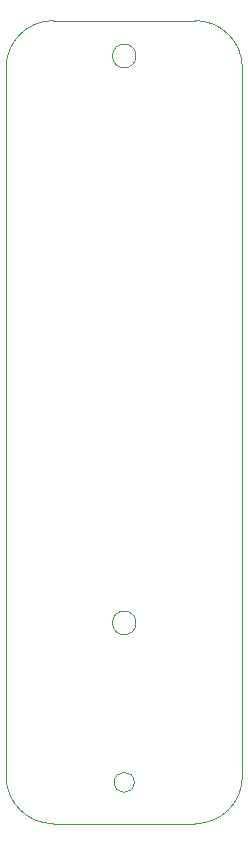
<source format=gbr>
%TF.GenerationSoftware,KiCad,Pcbnew,7.0.7-7.0.7~ubuntu22.04.1*%
%TF.CreationDate,2023-09-13T15:14:59+01:00*%
%TF.ProjectId,clvHd_master_teensy41,636c7648-645f-46d6-9173-7465725f7465,rev?*%
%TF.SameCoordinates,Original*%
%TF.FileFunction,Profile,NP*%
%FSLAX46Y46*%
G04 Gerber Fmt 4.6, Leading zero omitted, Abs format (unit mm)*
G04 Created by KiCad (PCBNEW 7.0.7-7.0.7~ubuntu22.04.1) date 2023-09-13 15:14:59*
%MOMM*%
%LPD*%
G01*
G04 APERTURE LIST*
%TA.AperFunction,Profile*%
%ADD10C,0.038100*%
%TD*%
%TA.AperFunction,Profile*%
%ADD11C,0.100000*%
%TD*%
G04 APERTURE END LIST*
D10*
X109999999Y-70000001D02*
G75*
G03*
X106000003Y-66000001I-3999999J1D01*
G01*
X106000000Y-134000000D02*
G75*
G03*
X110000000Y-130000000I0J4000000D01*
G01*
X90000003Y-70000001D02*
X90000000Y-130000000D01*
X94000003Y-66000003D02*
G75*
G03*
X90000003Y-70000001I-3J-3999997D01*
G01*
X110000000Y-130000000D02*
X110000003Y-70000001D01*
X106000003Y-66000001D02*
X94000003Y-66000001D01*
X101000000Y-117000000D02*
G75*
G03*
X101000000Y-117000000I-1000000J0D01*
G01*
X101000000Y-69000000D02*
G75*
G03*
X101000000Y-69000000I-1000000J0D01*
G01*
X94000000Y-134000000D02*
X106000000Y-134000000D01*
X90000000Y-130000000D02*
G75*
G03*
X94000000Y-134000000I4000000J0D01*
G01*
D11*
%TO.C,J5*%
X100850000Y-130500000D02*
G75*
G03*
X100850000Y-130500000I-850000J0D01*
G01*
%TD*%
M02*

</source>
